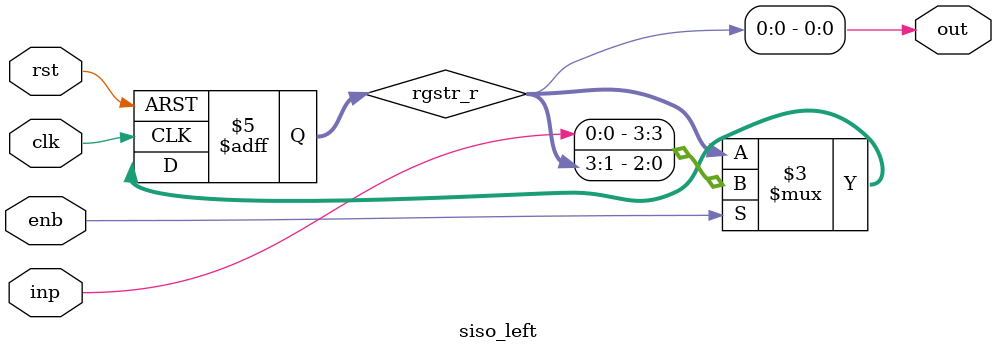
<source format=sv>
module siso_left #(
parameter DW = 4
) (
input               clk,
input               rst,
input               enb,
input               inp,
output              out
);

logic [DW-1:0]      rgstr_r;

always_ff@(posedge clk or negedge rst) begin: rgstr_label
    if(!rst)
        rgstr_r  <= '0;
    else if (enb)
        rgstr_r  <= {inp, rgstr_r[DW-1:1]};
end:rgstr_label

assign out  = rgstr_r[0];

endmodule

</source>
